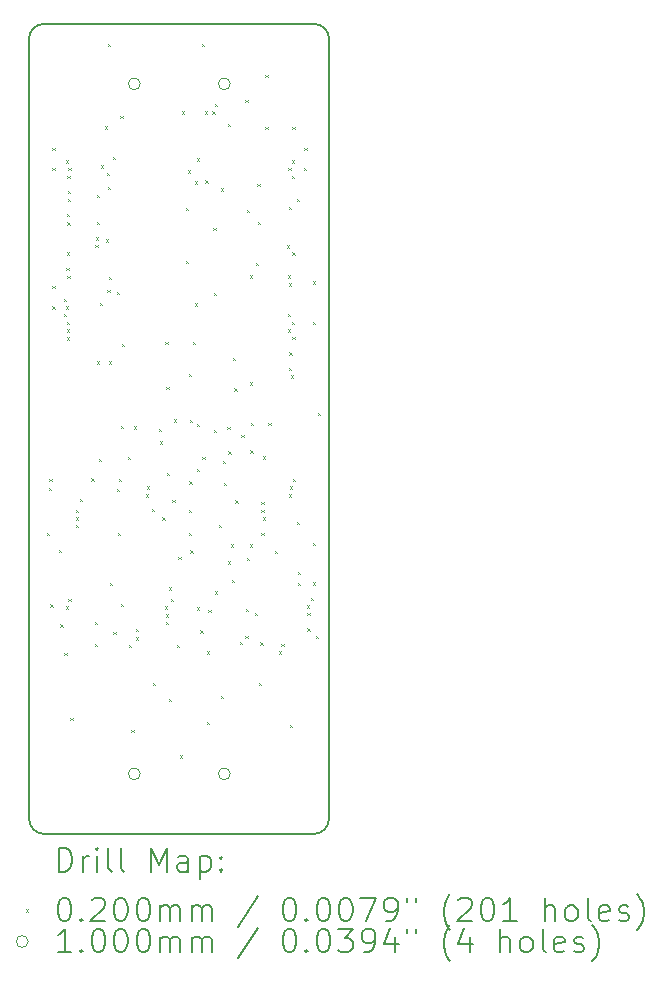
<source format=gbr>
%TF.GenerationSoftware,KiCad,Pcbnew,9.0.6*%
%TF.CreationDate,2025-12-03T22:02:19+09:00*%
%TF.ProjectId,bionic-z380,62696f6e-6963-42d7-9a33-38302e6b6963,2*%
%TF.SameCoordinates,Original*%
%TF.FileFunction,Drillmap*%
%TF.FilePolarity,Positive*%
%FSLAX45Y45*%
G04 Gerber Fmt 4.5, Leading zero omitted, Abs format (unit mm)*
G04 Created by KiCad (PCBNEW 9.0.6) date 2025-12-03 22:02:19*
%MOMM*%
%LPD*%
G01*
G04 APERTURE LIST*
%ADD10C,0.150000*%
%ADD11C,0.200000*%
%ADD12C,0.100000*%
G04 APERTURE END LIST*
D10*
X10100000Y-7127000D02*
X10100000Y-13731000D01*
X10227000Y-13858000D02*
G75*
G02*
X10100000Y-13731000I0J127000D01*
G01*
X10227000Y-13858000D02*
X12513000Y-13858000D01*
X12513000Y-7000000D02*
G75*
G02*
X12640000Y-7127000I0J-127000D01*
G01*
X12640000Y-13731000D02*
G75*
G02*
X12513000Y-13858000I-127000J0D01*
G01*
X12640000Y-13731000D02*
X12640000Y-7127000D01*
X10100000Y-7127000D02*
G75*
G02*
X10227000Y-7000000I127000J0D01*
G01*
X12513000Y-7000000D02*
X10227000Y-7000000D01*
D11*
D12*
X10252560Y-11306730D02*
X10272560Y-11326730D01*
X10272560Y-11306730D02*
X10252560Y-11326730D01*
X10267410Y-10929540D02*
X10287410Y-10949540D01*
X10287410Y-10929540D02*
X10267410Y-10949540D01*
X10270340Y-10852070D02*
X10290340Y-10872070D01*
X10290340Y-10852070D02*
X10270340Y-10872070D01*
X10279461Y-11915301D02*
X10299461Y-11935301D01*
X10299461Y-11915301D02*
X10279461Y-11935301D01*
X10295740Y-8047910D02*
X10315740Y-8067910D01*
X10315740Y-8047910D02*
X10295740Y-8067910D01*
X10297010Y-8220630D02*
X10317010Y-8240630D01*
X10317010Y-8220630D02*
X10297010Y-8240630D01*
X10297010Y-9217580D02*
X10317010Y-9237580D01*
X10317010Y-9217580D02*
X10297010Y-9237580D01*
X10297010Y-9390300D02*
X10317010Y-9410300D01*
X10317010Y-9390300D02*
X10297010Y-9410300D01*
X10350550Y-11455320D02*
X10370550Y-11475320D01*
X10370550Y-11455320D02*
X10350550Y-11475320D01*
X10364320Y-12085240D02*
X10384320Y-12105240D01*
X10384320Y-12085240D02*
X10364320Y-12105240D01*
X10392260Y-9456340D02*
X10412260Y-9476340D01*
X10412260Y-9456340D02*
X10392260Y-9476340D01*
X10394966Y-9325356D02*
X10414966Y-9345356D01*
X10414966Y-9325356D02*
X10394966Y-9345356D01*
X10397340Y-12324000D02*
X10417340Y-12344000D01*
X10417340Y-12324000D02*
X10397340Y-12344000D01*
X10410040Y-8155860D02*
X10430040Y-8175860D01*
X10430040Y-8155860D02*
X10410040Y-8175860D01*
X10410040Y-9390300D02*
X10430040Y-9410300D01*
X10430040Y-9390300D02*
X10410040Y-9410300D01*
X10410040Y-11932840D02*
X10430040Y-11952840D01*
X10430040Y-11932840D02*
X10410040Y-11952840D01*
X10417100Y-9065700D02*
X10437100Y-9085700D01*
X10437100Y-9065700D02*
X10417100Y-9085700D01*
X10419440Y-9585700D02*
X10439440Y-9605700D01*
X10439440Y-9585700D02*
X10419440Y-9605700D01*
X10419980Y-9654170D02*
X10439980Y-9674170D01*
X10439980Y-9654170D02*
X10419980Y-9674170D01*
X10420200Y-8610700D02*
X10440200Y-8630700D01*
X10440200Y-8610700D02*
X10420200Y-8630700D01*
X10420200Y-8935640D02*
X10440200Y-8955640D01*
X10440200Y-8935640D02*
X10420200Y-8955640D01*
X10420200Y-9520700D02*
X10440200Y-9540700D01*
X10440200Y-9520700D02*
X10420200Y-9540700D01*
X10425280Y-8285700D02*
X10445280Y-8305700D01*
X10445280Y-8285700D02*
X10425280Y-8305700D01*
X10425280Y-8679100D02*
X10445280Y-8699100D01*
X10445280Y-8679100D02*
X10425280Y-8699100D01*
X10425280Y-9130700D02*
X10445280Y-9150700D01*
X10445280Y-9130700D02*
X10425280Y-9150700D01*
X10427820Y-8480980D02*
X10447820Y-8500980D01*
X10447820Y-8480980D02*
X10427820Y-8500980D01*
X10429530Y-8414940D02*
X10449530Y-8434940D01*
X10449530Y-8414940D02*
X10429530Y-8434940D01*
X10431700Y-8220700D02*
X10451700Y-8240700D01*
X10451700Y-8220700D02*
X10431700Y-8240700D01*
X10432900Y-11868070D02*
X10452900Y-11888070D01*
X10452900Y-11868070D02*
X10432900Y-11888070D01*
X10449410Y-12876450D02*
X10469410Y-12896450D01*
X10469410Y-12876450D02*
X10449410Y-12896450D01*
X10496270Y-11241960D02*
X10516270Y-11261960D01*
X10516270Y-11241960D02*
X10496270Y-11261960D01*
X10496400Y-11111900D02*
X10516400Y-11131900D01*
X10516400Y-11111900D02*
X10496400Y-11131900D01*
X10496400Y-11176900D02*
X10516400Y-11196900D01*
X10516400Y-11176900D02*
X10496400Y-11196900D01*
X10529420Y-11023520D02*
X10549420Y-11043520D01*
X10549420Y-11023520D02*
X10529420Y-11043520D01*
X10627760Y-10848260D02*
X10647760Y-10868260D01*
X10647760Y-10848260D02*
X10627760Y-10868260D01*
X10657110Y-12062380D02*
X10677110Y-12082380D01*
X10677110Y-12062380D02*
X10657110Y-12082380D01*
X10657750Y-12250660D02*
X10677750Y-12270660D01*
X10677750Y-12250660D02*
X10657750Y-12270660D01*
X10660230Y-8870870D02*
X10680230Y-8890870D01*
X10680230Y-8870870D02*
X10660230Y-8890870D01*
X10665310Y-8806100D02*
X10685310Y-8826100D01*
X10685310Y-8806100D02*
X10665310Y-8826100D01*
X10671660Y-8445420D02*
X10691660Y-8465420D01*
X10691660Y-8445420D02*
X10671660Y-8465420D01*
X10674990Y-8674020D02*
X10694990Y-8694020D01*
X10694990Y-8674020D02*
X10674990Y-8694020D01*
X10675470Y-9856390D02*
X10695470Y-9876390D01*
X10695470Y-9856390D02*
X10675470Y-9876390D01*
X10692350Y-10680620D02*
X10712350Y-10700620D01*
X10712350Y-10680620D02*
X10692350Y-10700620D01*
X10696940Y-9363630D02*
X10716940Y-9383630D01*
X10716940Y-9363630D02*
X10696940Y-9383630D01*
X10707220Y-8199040D02*
X10727220Y-8219040D01*
X10727220Y-8199040D02*
X10707220Y-8219040D01*
X10744050Y-7867570D02*
X10764050Y-7887570D01*
X10764050Y-7867570D02*
X10744050Y-7887570D01*
X10750510Y-8823880D02*
X10770510Y-8843880D01*
X10770510Y-8823880D02*
X10750510Y-8843880D01*
X10760560Y-8260000D02*
X10780560Y-8280000D01*
X10780560Y-8260000D02*
X10760560Y-8280000D01*
X10762730Y-9251870D02*
X10782730Y-9271870D01*
X10782730Y-9251870D02*
X10762730Y-9271870D01*
X10766360Y-8381200D02*
X10786360Y-8401200D01*
X10786360Y-8381200D02*
X10766360Y-8401200D01*
X10769450Y-7166530D02*
X10789450Y-7186530D01*
X10789450Y-7166530D02*
X10769450Y-7186530D01*
X10775800Y-9857660D02*
X10795800Y-9877660D01*
X10795800Y-9857660D02*
X10775800Y-9877660D01*
X10778241Y-9142742D02*
X10798241Y-9162742D01*
X10798241Y-9142742D02*
X10778241Y-9162742D01*
X10784545Y-11733305D02*
X10804545Y-11753305D01*
X10804545Y-11733305D02*
X10784545Y-11753305D01*
X10811211Y-8124463D02*
X10831211Y-8144463D01*
X10831211Y-8124463D02*
X10811211Y-8144463D01*
X10814647Y-12149460D02*
X10834647Y-12169460D01*
X10834647Y-12149460D02*
X10814647Y-12169460D01*
X10844430Y-10937160D02*
X10864430Y-10957160D01*
X10864430Y-10937160D02*
X10844430Y-10957160D01*
X10845491Y-9269809D02*
X10865491Y-9289809D01*
X10865491Y-9269809D02*
X10845491Y-9289809D01*
X10852000Y-11308000D02*
X10872000Y-11328000D01*
X10872000Y-11308000D02*
X10852000Y-11328000D01*
X10858350Y-10852070D02*
X10878350Y-10872070D01*
X10878350Y-10852070D02*
X10858350Y-10872070D01*
X10872420Y-7777910D02*
X10892420Y-7797910D01*
X10892420Y-7777910D02*
X10872420Y-7797910D01*
X10874860Y-10403760D02*
X10894860Y-10423760D01*
X10894860Y-10403760D02*
X10874860Y-10423760D01*
X10874860Y-11909980D02*
X10894860Y-11929980D01*
X10894860Y-11909980D02*
X10874860Y-11929980D01*
X10883750Y-9711610D02*
X10903750Y-9731610D01*
X10903750Y-9711610D02*
X10883750Y-9731610D01*
X10937500Y-10665470D02*
X10957500Y-10685470D01*
X10957500Y-10665470D02*
X10937500Y-10685470D01*
X10945593Y-12258197D02*
X10965593Y-12278197D01*
X10965593Y-12258197D02*
X10945593Y-12278197D01*
X10965030Y-12978050D02*
X10985030Y-12998050D01*
X10985030Y-12978050D02*
X10965030Y-12998050D01*
X10989160Y-10408840D02*
X11009160Y-10428840D01*
X11009160Y-10408840D02*
X10989160Y-10428840D01*
X11004400Y-12120800D02*
X11024400Y-12140800D01*
X11024400Y-12120800D02*
X11004400Y-12140800D01*
X11004400Y-12194460D02*
X11024400Y-12214460D01*
X11024400Y-12194460D02*
X11004400Y-12214460D01*
X11090760Y-10981900D02*
X11110760Y-11001900D01*
X11110760Y-10981900D02*
X11090760Y-11001900D01*
X11095840Y-10916840D02*
X11115840Y-10936840D01*
X11115840Y-10916840D02*
X11095840Y-10936840D01*
X11137200Y-11107340D02*
X11157200Y-11127340D01*
X11157200Y-11107340D02*
X11137200Y-11127340D01*
X11149180Y-12578000D02*
X11169180Y-12598000D01*
X11169180Y-12578000D02*
X11149180Y-12598000D01*
X11199980Y-10426620D02*
X11219980Y-10446620D01*
X11219980Y-10426620D02*
X11199980Y-10446620D01*
X11205060Y-10535840D02*
X11225060Y-10555840D01*
X11225060Y-10535840D02*
X11205060Y-10555840D01*
X11229108Y-11176680D02*
X11249108Y-11196680D01*
X11249108Y-11176680D02*
X11229108Y-11196680D01*
X11252050Y-11932840D02*
X11272050Y-11952840D01*
X11272050Y-11932840D02*
X11252050Y-11952840D01*
X11254590Y-9692560D02*
X11274590Y-9712560D01*
X11274590Y-9692560D02*
X11254590Y-9712560D01*
X11255860Y-11997900D02*
X11275860Y-12017900D01*
X11275860Y-11997900D02*
X11255860Y-12017900D01*
X11255860Y-12062380D02*
X11275860Y-12082380D01*
X11275860Y-12062380D02*
X11255860Y-12082380D01*
X11262210Y-10074830D02*
X11282210Y-10094830D01*
X11282210Y-10074830D02*
X11262210Y-10094830D01*
X11268560Y-10800000D02*
X11288560Y-10820000D01*
X11288560Y-10800000D02*
X11268560Y-10820000D01*
X11283800Y-11771550D02*
X11303800Y-11791550D01*
X11303800Y-11771550D02*
X11283800Y-11791550D01*
X11283800Y-12713890D02*
X11303800Y-12733890D01*
X11303800Y-12713890D02*
X11283800Y-12733890D01*
X11301580Y-11868231D02*
X11321580Y-11888231D01*
X11321580Y-11868231D02*
X11301580Y-11888231D01*
X11313560Y-11030988D02*
X11333560Y-11050988D01*
X11333560Y-11030988D02*
X11313560Y-11050988D01*
X11327500Y-10347880D02*
X11347500Y-10367880D01*
X11347500Y-10347880D02*
X11327500Y-10367880D01*
X11353360Y-12257960D02*
X11373360Y-12277960D01*
X11373360Y-12257960D02*
X11353360Y-12277960D01*
X11363810Y-11515010D02*
X11383810Y-11535010D01*
X11383810Y-11515010D02*
X11363810Y-11535010D01*
X11379050Y-13192680D02*
X11399050Y-13212680D01*
X11399050Y-13192680D02*
X11379050Y-13212680D01*
X11392500Y-7741840D02*
X11412500Y-7761840D01*
X11412500Y-7741840D02*
X11392500Y-7761840D01*
X11428970Y-8555360D02*
X11448970Y-8575360D01*
X11448970Y-8555360D02*
X11428970Y-8575360D01*
X11429150Y-9006210D02*
X11449150Y-9026210D01*
X11449150Y-9006210D02*
X11429150Y-9026210D01*
X11446199Y-8238923D02*
X11466199Y-8258923D01*
X11466199Y-8238923D02*
X11446199Y-8258923D01*
X11453980Y-11112420D02*
X11473980Y-11132420D01*
X11473980Y-11112420D02*
X11453980Y-11132420D01*
X11454378Y-9964308D02*
X11474378Y-9984308D01*
X11474378Y-9964308D02*
X11454378Y-9984308D01*
X11455250Y-11306730D02*
X11475250Y-11326730D01*
X11475250Y-11306730D02*
X11455250Y-11326730D01*
X11458260Y-10874432D02*
X11478260Y-10894432D01*
X11478260Y-10874432D02*
X11458260Y-10894432D01*
X11459070Y-10351390D02*
X11479070Y-10371390D01*
X11479070Y-10351390D02*
X11459070Y-10371390D01*
X11466540Y-11456700D02*
X11486540Y-11476700D01*
X11486540Y-11456700D02*
X11466540Y-11476700D01*
X11485730Y-9692560D02*
X11505730Y-9712560D01*
X11505730Y-9692560D02*
X11485730Y-9712560D01*
X11502240Y-8333660D02*
X11522240Y-8353660D01*
X11522240Y-8333660D02*
X11502240Y-8353660D01*
X11503000Y-9364900D02*
X11523000Y-9384900D01*
X11523000Y-9364900D02*
X11503000Y-9384900D01*
X11517960Y-11938970D02*
X11537960Y-11958970D01*
X11537960Y-11938970D02*
X11517960Y-11958970D01*
X11520020Y-10766980D02*
X11540020Y-10786980D01*
X11540020Y-10766980D02*
X11520020Y-10786980D01*
X11522560Y-10388520D02*
X11542560Y-10408520D01*
X11542560Y-10388520D02*
X11522560Y-10408520D01*
X11522760Y-8138085D02*
X11542760Y-8158085D01*
X11542760Y-8138085D02*
X11522760Y-8158085D01*
X11550500Y-12133493D02*
X11570500Y-12153493D01*
X11570500Y-12133493D02*
X11550500Y-12153493D01*
X11563200Y-7167800D02*
X11583200Y-7187800D01*
X11583200Y-7167800D02*
X11563200Y-7187800D01*
X11568050Y-10667380D02*
X11588050Y-10687380D01*
X11588050Y-10667380D02*
X11568050Y-10687380D01*
X11587500Y-7741840D02*
X11607500Y-7761840D01*
X11607500Y-7741840D02*
X11587500Y-7761840D01*
X11593680Y-8326040D02*
X11613680Y-8346040D01*
X11613680Y-8326040D02*
X11593680Y-8346040D01*
X11605110Y-12906930D02*
X11625110Y-12926930D01*
X11625110Y-12906930D02*
X11605110Y-12926930D01*
X11606380Y-12313840D02*
X11626380Y-12333840D01*
X11626380Y-12313840D02*
X11606380Y-12333840D01*
X11619080Y-11960780D02*
X11639080Y-11980780D01*
X11639080Y-11960780D02*
X11619080Y-11980780D01*
X11652500Y-7739300D02*
X11672500Y-7759300D01*
X11672500Y-7739300D02*
X11652500Y-7759300D01*
X11658810Y-8728270D02*
X11678810Y-8748270D01*
X11678810Y-8728270D02*
X11658810Y-8748270D01*
X11662260Y-9276000D02*
X11682260Y-9296000D01*
X11682260Y-9276000D02*
X11662260Y-9296000D01*
X11664800Y-10439320D02*
X11684800Y-10459320D01*
X11684800Y-10439320D02*
X11664800Y-10459320D01*
X11674960Y-7675800D02*
X11694960Y-7695800D01*
X11694960Y-7675800D02*
X11674960Y-7695800D01*
X11674960Y-11805840D02*
X11694960Y-11825840D01*
X11694960Y-11805840D02*
X11674960Y-11825840D01*
X11707790Y-11241900D02*
X11727790Y-11261900D01*
X11727790Y-11241900D02*
X11707790Y-11261900D01*
X11725790Y-8392060D02*
X11745790Y-8412060D01*
X11745790Y-8392060D02*
X11725790Y-8412060D01*
X11725790Y-12691110D02*
X11745790Y-12711110D01*
X11745790Y-12691110D02*
X11725790Y-12711110D01*
X11738460Y-10700940D02*
X11758460Y-10720940D01*
X11758460Y-10700940D02*
X11738460Y-10720940D01*
X11749340Y-10887500D02*
X11769340Y-10907500D01*
X11769340Y-10887500D02*
X11749340Y-10907500D01*
X11778698Y-10413266D02*
X11798698Y-10433266D01*
X11798698Y-10413266D02*
X11778698Y-10433266D01*
X11781640Y-7845980D02*
X11801640Y-7865980D01*
X11801640Y-7845980D02*
X11781640Y-7865980D01*
X11784180Y-11549300D02*
X11804180Y-11569300D01*
X11804180Y-11549300D02*
X11784180Y-11569300D01*
X11787440Y-10619660D02*
X11807440Y-10639660D01*
X11807440Y-10619660D02*
X11787440Y-10639660D01*
X11807049Y-11407284D02*
X11827049Y-11427284D01*
X11827049Y-11407284D02*
X11807049Y-11427284D01*
X11819340Y-11706530D02*
X11839340Y-11726530D01*
X11839340Y-11706530D02*
X11819340Y-11726530D01*
X11827360Y-9827180D02*
X11847360Y-9847180D01*
X11847360Y-9827180D02*
X11827360Y-9847180D01*
X11839600Y-10086710D02*
X11859600Y-10106710D01*
X11859600Y-10086710D02*
X11839600Y-10106710D01*
X11845710Y-11033110D02*
X11865710Y-11053110D01*
X11865710Y-11033110D02*
X11845710Y-11053110D01*
X11883240Y-12230020D02*
X11903240Y-12250020D01*
X11903240Y-12230020D02*
X11883240Y-12250020D01*
X11895940Y-10479960D02*
X11915940Y-10499960D01*
X11915940Y-10479960D02*
X11895940Y-10499960D01*
X11931500Y-7645320D02*
X11951500Y-7665320D01*
X11951500Y-7645320D02*
X11931500Y-7665320D01*
X11932184Y-12181760D02*
X11952184Y-12201760D01*
X11952184Y-12181760D02*
X11932184Y-12201760D01*
X11936580Y-11950620D02*
X11956580Y-11970620D01*
X11956580Y-11950620D02*
X11936580Y-11970620D01*
X11941660Y-11518820D02*
X11961660Y-11538820D01*
X11961660Y-11518820D02*
X11941660Y-11538820D01*
X11942930Y-8574960D02*
X11962930Y-8594960D01*
X11962930Y-8574960D02*
X11942930Y-8594960D01*
X11969730Y-9128920D02*
X11989730Y-9148920D01*
X11989730Y-9128920D02*
X11969730Y-9148920D01*
X11970550Y-10035460D02*
X11990550Y-10055460D01*
X11990550Y-10035460D02*
X11970550Y-10055460D01*
X11971468Y-11406930D02*
X11991468Y-11426930D01*
X11991468Y-11406930D02*
X11971468Y-11426930D01*
X11974590Y-10609500D02*
X11994590Y-10629500D01*
X11994590Y-10609500D02*
X11974590Y-10629500D01*
X11975280Y-10380060D02*
X11995280Y-10400060D01*
X11995280Y-10380060D02*
X11975280Y-10400060D01*
X12009590Y-11988720D02*
X12029590Y-12008720D01*
X12029590Y-11988720D02*
X12009590Y-12008720D01*
X12020370Y-9020480D02*
X12040370Y-9040480D01*
X12040370Y-9020480D02*
X12020370Y-9040480D01*
X12033100Y-8353980D02*
X12053100Y-8373980D01*
X12053100Y-8353980D02*
X12033100Y-8373980D01*
X12035640Y-8675700D02*
X12055640Y-8695700D01*
X12055640Y-8675700D02*
X12035640Y-8695700D01*
X12045800Y-12578000D02*
X12065800Y-12598000D01*
X12065800Y-12578000D02*
X12045800Y-12598000D01*
X12057290Y-12235100D02*
X12077290Y-12255100D01*
X12077290Y-12235100D02*
X12057290Y-12255100D01*
X12066120Y-11111900D02*
X12086120Y-11131900D01*
X12086120Y-11111900D02*
X12066120Y-11131900D01*
X12066120Y-11308000D02*
X12086120Y-11328000D01*
X12086120Y-11308000D02*
X12066120Y-11328000D01*
X12068100Y-11046380D02*
X12088100Y-11066380D01*
X12088100Y-11046380D02*
X12068100Y-11066380D01*
X12078820Y-10662840D02*
X12098820Y-10682840D01*
X12098820Y-10662840D02*
X12078820Y-10682840D01*
X12079010Y-11176900D02*
X12099010Y-11196900D01*
X12099010Y-11176900D02*
X12079010Y-11196900D01*
X12099140Y-7429420D02*
X12119140Y-7449420D01*
X12119140Y-7429420D02*
X12099140Y-7449420D01*
X12099140Y-7873920D02*
X12119140Y-7893920D01*
X12119140Y-7873920D02*
X12099140Y-7893920D01*
X12125260Y-10378360D02*
X12145260Y-10398360D01*
X12145260Y-10378360D02*
X12125260Y-10398360D01*
X12179670Y-11462810D02*
X12199670Y-11482810D01*
X12199670Y-11462810D02*
X12179670Y-11482810D01*
X12215980Y-12312985D02*
X12235980Y-12332985D01*
X12235980Y-12312985D02*
X12215980Y-12332985D01*
X12236300Y-12247800D02*
X12256300Y-12267800D01*
X12256300Y-12247800D02*
X12236300Y-12267800D01*
X12282080Y-8874620D02*
X12302080Y-8894620D01*
X12302080Y-8874620D02*
X12282080Y-8894620D01*
X12289640Y-9456340D02*
X12309640Y-9476340D01*
X12309640Y-9456340D02*
X12289640Y-9476340D01*
X12290910Y-9585880D02*
X12310910Y-9605880D01*
X12310910Y-9585880D02*
X12290910Y-9605880D01*
X12293450Y-9129040D02*
X12313450Y-9149040D01*
X12313450Y-9129040D02*
X12293450Y-9149040D01*
X12294644Y-8220414D02*
X12314644Y-8240414D01*
X12314644Y-8220414D02*
X12294644Y-8240414D01*
X12297260Y-9195990D02*
X12317260Y-9215990D01*
X12317260Y-9195990D02*
X12297260Y-9215990D01*
X12299800Y-9913540D02*
X12319800Y-9933540D01*
X12319800Y-9913540D02*
X12299800Y-9933540D01*
X12299800Y-10981900D02*
X12319800Y-11001900D01*
X12319800Y-10981900D02*
X12299800Y-11001900D01*
X12301360Y-8549100D02*
X12321360Y-8569100D01*
X12321360Y-8549100D02*
X12301360Y-8569100D01*
X12302340Y-9781460D02*
X12322340Y-9801460D01*
X12322340Y-9781460D02*
X12302340Y-9801460D01*
X12306150Y-10916840D02*
X12326150Y-10936840D01*
X12326150Y-10916840D02*
X12306150Y-10936840D01*
X12308690Y-12934870D02*
X12328690Y-12954870D01*
X12328690Y-12934870D02*
X12308690Y-12954870D01*
X12315837Y-9976934D02*
X12335837Y-9996934D01*
X12335837Y-9976934D02*
X12315837Y-9996934D01*
X12325089Y-8155684D02*
X12345089Y-8175684D01*
X12345089Y-8155684D02*
X12325089Y-8175684D01*
X12325200Y-8285400D02*
X12345200Y-8305400D01*
X12345200Y-8285400D02*
X12325200Y-8305400D01*
X12325200Y-9521110D02*
X12345200Y-9541110D01*
X12345200Y-9521110D02*
X12325200Y-9541110D01*
X12327740Y-7873920D02*
X12347740Y-7893920D01*
X12347740Y-7873920D02*
X12327740Y-7893920D01*
X12327740Y-9651920D02*
X12347740Y-9671920D01*
X12347740Y-9651920D02*
X12327740Y-9671920D01*
X12330280Y-8935640D02*
X12350280Y-8955640D01*
X12350280Y-8935640D02*
X12330280Y-8955640D01*
X12332820Y-10852070D02*
X12352820Y-10872070D01*
X12352820Y-10852070D02*
X12332820Y-10872070D01*
X12365840Y-8480980D02*
X12385840Y-8500980D01*
X12385840Y-8480980D02*
X12365840Y-8500980D01*
X12369730Y-11217150D02*
X12389730Y-11237150D01*
X12389730Y-11217150D02*
X12369730Y-11237150D01*
X12375010Y-11734896D02*
X12395010Y-11754896D01*
X12395010Y-11734896D02*
X12375010Y-11754896D01*
X12376000Y-11640740D02*
X12396000Y-11660740D01*
X12396000Y-11640740D02*
X12376000Y-11660740D01*
X12428070Y-8220630D02*
X12448070Y-8240630D01*
X12448070Y-8220630D02*
X12428070Y-8240630D01*
X12429340Y-8047910D02*
X12449340Y-8067910D01*
X12449340Y-8047910D02*
X12429340Y-8067910D01*
X12453470Y-11922680D02*
X12473470Y-11942680D01*
X12473470Y-11922680D02*
X12453470Y-11942680D01*
X12454740Y-11987800D02*
X12474740Y-12007800D01*
X12474740Y-11987800D02*
X12454740Y-12007800D01*
X12454740Y-12118260D02*
X12474740Y-12138260D01*
X12474740Y-12118260D02*
X12454740Y-12138260D01*
X12486380Y-11857800D02*
X12506380Y-11877800D01*
X12506380Y-11857800D02*
X12486380Y-11877800D01*
X12503000Y-9180750D02*
X12523000Y-9200750D01*
X12523000Y-9180750D02*
X12503000Y-9200750D01*
X12503000Y-9524920D02*
X12523000Y-9544920D01*
X12523000Y-9524920D02*
X12503000Y-9544920D01*
X12503000Y-11393090D02*
X12523000Y-11413090D01*
X12523000Y-11393090D02*
X12503000Y-11413090D01*
X12503000Y-11727100D02*
X12523000Y-11747100D01*
X12523000Y-11727100D02*
X12503000Y-11747100D01*
X12528381Y-12181606D02*
X12548381Y-12201606D01*
X12548381Y-12181606D02*
X12528381Y-12201606D01*
X12546175Y-10290735D02*
X12566175Y-10310735D01*
X12566175Y-10290735D02*
X12546175Y-10310735D01*
X11041540Y-7508000D02*
G75*
G02*
X10941540Y-7508000I-50000J0D01*
G01*
X10941540Y-7508000D02*
G75*
G02*
X11041540Y-7508000I50000J0D01*
G01*
X11041540Y-13350000D02*
G75*
G02*
X10941540Y-13350000I-50000J0D01*
G01*
X10941540Y-13350000D02*
G75*
G02*
X11041540Y-13350000I50000J0D01*
G01*
X11803540Y-7508000D02*
G75*
G02*
X11703540Y-7508000I-50000J0D01*
G01*
X11703540Y-7508000D02*
G75*
G02*
X11803540Y-7508000I50000J0D01*
G01*
X11803540Y-13350000D02*
G75*
G02*
X11703540Y-13350000I-50000J0D01*
G01*
X11703540Y-13350000D02*
G75*
G02*
X11803540Y-13350000I50000J0D01*
G01*
D11*
X10353277Y-14176984D02*
X10353277Y-13976984D01*
X10353277Y-13976984D02*
X10400896Y-13976984D01*
X10400896Y-13976984D02*
X10429467Y-13986508D01*
X10429467Y-13986508D02*
X10448515Y-14005555D01*
X10448515Y-14005555D02*
X10458039Y-14024603D01*
X10458039Y-14024603D02*
X10467563Y-14062698D01*
X10467563Y-14062698D02*
X10467563Y-14091269D01*
X10467563Y-14091269D02*
X10458039Y-14129365D01*
X10458039Y-14129365D02*
X10448515Y-14148412D01*
X10448515Y-14148412D02*
X10429467Y-14167460D01*
X10429467Y-14167460D02*
X10400896Y-14176984D01*
X10400896Y-14176984D02*
X10353277Y-14176984D01*
X10553277Y-14176984D02*
X10553277Y-14043650D01*
X10553277Y-14081746D02*
X10562801Y-14062698D01*
X10562801Y-14062698D02*
X10572324Y-14053174D01*
X10572324Y-14053174D02*
X10591372Y-14043650D01*
X10591372Y-14043650D02*
X10610420Y-14043650D01*
X10677086Y-14176984D02*
X10677086Y-14043650D01*
X10677086Y-13976984D02*
X10667563Y-13986508D01*
X10667563Y-13986508D02*
X10677086Y-13996031D01*
X10677086Y-13996031D02*
X10686610Y-13986508D01*
X10686610Y-13986508D02*
X10677086Y-13976984D01*
X10677086Y-13976984D02*
X10677086Y-13996031D01*
X10800896Y-14176984D02*
X10781848Y-14167460D01*
X10781848Y-14167460D02*
X10772324Y-14148412D01*
X10772324Y-14148412D02*
X10772324Y-13976984D01*
X10905658Y-14176984D02*
X10886610Y-14167460D01*
X10886610Y-14167460D02*
X10877086Y-14148412D01*
X10877086Y-14148412D02*
X10877086Y-13976984D01*
X11134229Y-14176984D02*
X11134229Y-13976984D01*
X11134229Y-13976984D02*
X11200896Y-14119841D01*
X11200896Y-14119841D02*
X11267562Y-13976984D01*
X11267562Y-13976984D02*
X11267562Y-14176984D01*
X11448515Y-14176984D02*
X11448515Y-14072222D01*
X11448515Y-14072222D02*
X11438991Y-14053174D01*
X11438991Y-14053174D02*
X11419943Y-14043650D01*
X11419943Y-14043650D02*
X11381848Y-14043650D01*
X11381848Y-14043650D02*
X11362801Y-14053174D01*
X11448515Y-14167460D02*
X11429467Y-14176984D01*
X11429467Y-14176984D02*
X11381848Y-14176984D01*
X11381848Y-14176984D02*
X11362801Y-14167460D01*
X11362801Y-14167460D02*
X11353277Y-14148412D01*
X11353277Y-14148412D02*
X11353277Y-14129365D01*
X11353277Y-14129365D02*
X11362801Y-14110317D01*
X11362801Y-14110317D02*
X11381848Y-14100793D01*
X11381848Y-14100793D02*
X11429467Y-14100793D01*
X11429467Y-14100793D02*
X11448515Y-14091269D01*
X11543753Y-14043650D02*
X11543753Y-14243650D01*
X11543753Y-14053174D02*
X11562801Y-14043650D01*
X11562801Y-14043650D02*
X11600896Y-14043650D01*
X11600896Y-14043650D02*
X11619943Y-14053174D01*
X11619943Y-14053174D02*
X11629467Y-14062698D01*
X11629467Y-14062698D02*
X11638991Y-14081746D01*
X11638991Y-14081746D02*
X11638991Y-14138888D01*
X11638991Y-14138888D02*
X11629467Y-14157936D01*
X11629467Y-14157936D02*
X11619943Y-14167460D01*
X11619943Y-14167460D02*
X11600896Y-14176984D01*
X11600896Y-14176984D02*
X11562801Y-14176984D01*
X11562801Y-14176984D02*
X11543753Y-14167460D01*
X11724705Y-14157936D02*
X11734229Y-14167460D01*
X11734229Y-14167460D02*
X11724705Y-14176984D01*
X11724705Y-14176984D02*
X11715182Y-14167460D01*
X11715182Y-14167460D02*
X11724705Y-14157936D01*
X11724705Y-14157936D02*
X11724705Y-14176984D01*
X11724705Y-14053174D02*
X11734229Y-14062698D01*
X11734229Y-14062698D02*
X11724705Y-14072222D01*
X11724705Y-14072222D02*
X11715182Y-14062698D01*
X11715182Y-14062698D02*
X11724705Y-14053174D01*
X11724705Y-14053174D02*
X11724705Y-14072222D01*
D12*
X10072500Y-14495500D02*
X10092500Y-14515500D01*
X10092500Y-14495500D02*
X10072500Y-14515500D01*
D11*
X10391372Y-14396984D02*
X10410420Y-14396984D01*
X10410420Y-14396984D02*
X10429467Y-14406508D01*
X10429467Y-14406508D02*
X10438991Y-14416031D01*
X10438991Y-14416031D02*
X10448515Y-14435079D01*
X10448515Y-14435079D02*
X10458039Y-14473174D01*
X10458039Y-14473174D02*
X10458039Y-14520793D01*
X10458039Y-14520793D02*
X10448515Y-14558888D01*
X10448515Y-14558888D02*
X10438991Y-14577936D01*
X10438991Y-14577936D02*
X10429467Y-14587460D01*
X10429467Y-14587460D02*
X10410420Y-14596984D01*
X10410420Y-14596984D02*
X10391372Y-14596984D01*
X10391372Y-14596984D02*
X10372324Y-14587460D01*
X10372324Y-14587460D02*
X10362801Y-14577936D01*
X10362801Y-14577936D02*
X10353277Y-14558888D01*
X10353277Y-14558888D02*
X10343753Y-14520793D01*
X10343753Y-14520793D02*
X10343753Y-14473174D01*
X10343753Y-14473174D02*
X10353277Y-14435079D01*
X10353277Y-14435079D02*
X10362801Y-14416031D01*
X10362801Y-14416031D02*
X10372324Y-14406508D01*
X10372324Y-14406508D02*
X10391372Y-14396984D01*
X10543753Y-14577936D02*
X10553277Y-14587460D01*
X10553277Y-14587460D02*
X10543753Y-14596984D01*
X10543753Y-14596984D02*
X10534229Y-14587460D01*
X10534229Y-14587460D02*
X10543753Y-14577936D01*
X10543753Y-14577936D02*
X10543753Y-14596984D01*
X10629467Y-14416031D02*
X10638991Y-14406508D01*
X10638991Y-14406508D02*
X10658039Y-14396984D01*
X10658039Y-14396984D02*
X10705658Y-14396984D01*
X10705658Y-14396984D02*
X10724705Y-14406508D01*
X10724705Y-14406508D02*
X10734229Y-14416031D01*
X10734229Y-14416031D02*
X10743753Y-14435079D01*
X10743753Y-14435079D02*
X10743753Y-14454127D01*
X10743753Y-14454127D02*
X10734229Y-14482698D01*
X10734229Y-14482698D02*
X10619944Y-14596984D01*
X10619944Y-14596984D02*
X10743753Y-14596984D01*
X10867563Y-14396984D02*
X10886610Y-14396984D01*
X10886610Y-14396984D02*
X10905658Y-14406508D01*
X10905658Y-14406508D02*
X10915182Y-14416031D01*
X10915182Y-14416031D02*
X10924705Y-14435079D01*
X10924705Y-14435079D02*
X10934229Y-14473174D01*
X10934229Y-14473174D02*
X10934229Y-14520793D01*
X10934229Y-14520793D02*
X10924705Y-14558888D01*
X10924705Y-14558888D02*
X10915182Y-14577936D01*
X10915182Y-14577936D02*
X10905658Y-14587460D01*
X10905658Y-14587460D02*
X10886610Y-14596984D01*
X10886610Y-14596984D02*
X10867563Y-14596984D01*
X10867563Y-14596984D02*
X10848515Y-14587460D01*
X10848515Y-14587460D02*
X10838991Y-14577936D01*
X10838991Y-14577936D02*
X10829467Y-14558888D01*
X10829467Y-14558888D02*
X10819944Y-14520793D01*
X10819944Y-14520793D02*
X10819944Y-14473174D01*
X10819944Y-14473174D02*
X10829467Y-14435079D01*
X10829467Y-14435079D02*
X10838991Y-14416031D01*
X10838991Y-14416031D02*
X10848515Y-14406508D01*
X10848515Y-14406508D02*
X10867563Y-14396984D01*
X11058039Y-14396984D02*
X11077086Y-14396984D01*
X11077086Y-14396984D02*
X11096134Y-14406508D01*
X11096134Y-14406508D02*
X11105658Y-14416031D01*
X11105658Y-14416031D02*
X11115182Y-14435079D01*
X11115182Y-14435079D02*
X11124705Y-14473174D01*
X11124705Y-14473174D02*
X11124705Y-14520793D01*
X11124705Y-14520793D02*
X11115182Y-14558888D01*
X11115182Y-14558888D02*
X11105658Y-14577936D01*
X11105658Y-14577936D02*
X11096134Y-14587460D01*
X11096134Y-14587460D02*
X11077086Y-14596984D01*
X11077086Y-14596984D02*
X11058039Y-14596984D01*
X11058039Y-14596984D02*
X11038991Y-14587460D01*
X11038991Y-14587460D02*
X11029467Y-14577936D01*
X11029467Y-14577936D02*
X11019944Y-14558888D01*
X11019944Y-14558888D02*
X11010420Y-14520793D01*
X11010420Y-14520793D02*
X11010420Y-14473174D01*
X11010420Y-14473174D02*
X11019944Y-14435079D01*
X11019944Y-14435079D02*
X11029467Y-14416031D01*
X11029467Y-14416031D02*
X11038991Y-14406508D01*
X11038991Y-14406508D02*
X11058039Y-14396984D01*
X11210420Y-14596984D02*
X11210420Y-14463650D01*
X11210420Y-14482698D02*
X11219943Y-14473174D01*
X11219943Y-14473174D02*
X11238991Y-14463650D01*
X11238991Y-14463650D02*
X11267563Y-14463650D01*
X11267563Y-14463650D02*
X11286610Y-14473174D01*
X11286610Y-14473174D02*
X11296134Y-14492222D01*
X11296134Y-14492222D02*
X11296134Y-14596984D01*
X11296134Y-14492222D02*
X11305658Y-14473174D01*
X11305658Y-14473174D02*
X11324705Y-14463650D01*
X11324705Y-14463650D02*
X11353277Y-14463650D01*
X11353277Y-14463650D02*
X11372324Y-14473174D01*
X11372324Y-14473174D02*
X11381848Y-14492222D01*
X11381848Y-14492222D02*
X11381848Y-14596984D01*
X11477086Y-14596984D02*
X11477086Y-14463650D01*
X11477086Y-14482698D02*
X11486610Y-14473174D01*
X11486610Y-14473174D02*
X11505658Y-14463650D01*
X11505658Y-14463650D02*
X11534229Y-14463650D01*
X11534229Y-14463650D02*
X11553277Y-14473174D01*
X11553277Y-14473174D02*
X11562801Y-14492222D01*
X11562801Y-14492222D02*
X11562801Y-14596984D01*
X11562801Y-14492222D02*
X11572324Y-14473174D01*
X11572324Y-14473174D02*
X11591372Y-14463650D01*
X11591372Y-14463650D02*
X11619943Y-14463650D01*
X11619943Y-14463650D02*
X11638991Y-14473174D01*
X11638991Y-14473174D02*
X11648515Y-14492222D01*
X11648515Y-14492222D02*
X11648515Y-14596984D01*
X12038991Y-14387460D02*
X11867563Y-14644603D01*
X12296134Y-14396984D02*
X12315182Y-14396984D01*
X12315182Y-14396984D02*
X12334229Y-14406508D01*
X12334229Y-14406508D02*
X12343753Y-14416031D01*
X12343753Y-14416031D02*
X12353277Y-14435079D01*
X12353277Y-14435079D02*
X12362801Y-14473174D01*
X12362801Y-14473174D02*
X12362801Y-14520793D01*
X12362801Y-14520793D02*
X12353277Y-14558888D01*
X12353277Y-14558888D02*
X12343753Y-14577936D01*
X12343753Y-14577936D02*
X12334229Y-14587460D01*
X12334229Y-14587460D02*
X12315182Y-14596984D01*
X12315182Y-14596984D02*
X12296134Y-14596984D01*
X12296134Y-14596984D02*
X12277086Y-14587460D01*
X12277086Y-14587460D02*
X12267563Y-14577936D01*
X12267563Y-14577936D02*
X12258039Y-14558888D01*
X12258039Y-14558888D02*
X12248515Y-14520793D01*
X12248515Y-14520793D02*
X12248515Y-14473174D01*
X12248515Y-14473174D02*
X12258039Y-14435079D01*
X12258039Y-14435079D02*
X12267563Y-14416031D01*
X12267563Y-14416031D02*
X12277086Y-14406508D01*
X12277086Y-14406508D02*
X12296134Y-14396984D01*
X12448515Y-14577936D02*
X12458039Y-14587460D01*
X12458039Y-14587460D02*
X12448515Y-14596984D01*
X12448515Y-14596984D02*
X12438991Y-14587460D01*
X12438991Y-14587460D02*
X12448515Y-14577936D01*
X12448515Y-14577936D02*
X12448515Y-14596984D01*
X12581848Y-14396984D02*
X12600896Y-14396984D01*
X12600896Y-14396984D02*
X12619944Y-14406508D01*
X12619944Y-14406508D02*
X12629467Y-14416031D01*
X12629467Y-14416031D02*
X12638991Y-14435079D01*
X12638991Y-14435079D02*
X12648515Y-14473174D01*
X12648515Y-14473174D02*
X12648515Y-14520793D01*
X12648515Y-14520793D02*
X12638991Y-14558888D01*
X12638991Y-14558888D02*
X12629467Y-14577936D01*
X12629467Y-14577936D02*
X12619944Y-14587460D01*
X12619944Y-14587460D02*
X12600896Y-14596984D01*
X12600896Y-14596984D02*
X12581848Y-14596984D01*
X12581848Y-14596984D02*
X12562801Y-14587460D01*
X12562801Y-14587460D02*
X12553277Y-14577936D01*
X12553277Y-14577936D02*
X12543753Y-14558888D01*
X12543753Y-14558888D02*
X12534229Y-14520793D01*
X12534229Y-14520793D02*
X12534229Y-14473174D01*
X12534229Y-14473174D02*
X12543753Y-14435079D01*
X12543753Y-14435079D02*
X12553277Y-14416031D01*
X12553277Y-14416031D02*
X12562801Y-14406508D01*
X12562801Y-14406508D02*
X12581848Y-14396984D01*
X12772325Y-14396984D02*
X12791372Y-14396984D01*
X12791372Y-14396984D02*
X12810420Y-14406508D01*
X12810420Y-14406508D02*
X12819944Y-14416031D01*
X12819944Y-14416031D02*
X12829467Y-14435079D01*
X12829467Y-14435079D02*
X12838991Y-14473174D01*
X12838991Y-14473174D02*
X12838991Y-14520793D01*
X12838991Y-14520793D02*
X12829467Y-14558888D01*
X12829467Y-14558888D02*
X12819944Y-14577936D01*
X12819944Y-14577936D02*
X12810420Y-14587460D01*
X12810420Y-14587460D02*
X12791372Y-14596984D01*
X12791372Y-14596984D02*
X12772325Y-14596984D01*
X12772325Y-14596984D02*
X12753277Y-14587460D01*
X12753277Y-14587460D02*
X12743753Y-14577936D01*
X12743753Y-14577936D02*
X12734229Y-14558888D01*
X12734229Y-14558888D02*
X12724706Y-14520793D01*
X12724706Y-14520793D02*
X12724706Y-14473174D01*
X12724706Y-14473174D02*
X12734229Y-14435079D01*
X12734229Y-14435079D02*
X12743753Y-14416031D01*
X12743753Y-14416031D02*
X12753277Y-14406508D01*
X12753277Y-14406508D02*
X12772325Y-14396984D01*
X12905658Y-14396984D02*
X13038991Y-14396984D01*
X13038991Y-14396984D02*
X12953277Y-14596984D01*
X13124706Y-14596984D02*
X13162801Y-14596984D01*
X13162801Y-14596984D02*
X13181848Y-14587460D01*
X13181848Y-14587460D02*
X13191372Y-14577936D01*
X13191372Y-14577936D02*
X13210420Y-14549365D01*
X13210420Y-14549365D02*
X13219944Y-14511269D01*
X13219944Y-14511269D02*
X13219944Y-14435079D01*
X13219944Y-14435079D02*
X13210420Y-14416031D01*
X13210420Y-14416031D02*
X13200896Y-14406508D01*
X13200896Y-14406508D02*
X13181848Y-14396984D01*
X13181848Y-14396984D02*
X13143753Y-14396984D01*
X13143753Y-14396984D02*
X13124706Y-14406508D01*
X13124706Y-14406508D02*
X13115182Y-14416031D01*
X13115182Y-14416031D02*
X13105658Y-14435079D01*
X13105658Y-14435079D02*
X13105658Y-14482698D01*
X13105658Y-14482698D02*
X13115182Y-14501746D01*
X13115182Y-14501746D02*
X13124706Y-14511269D01*
X13124706Y-14511269D02*
X13143753Y-14520793D01*
X13143753Y-14520793D02*
X13181848Y-14520793D01*
X13181848Y-14520793D02*
X13200896Y-14511269D01*
X13200896Y-14511269D02*
X13210420Y-14501746D01*
X13210420Y-14501746D02*
X13219944Y-14482698D01*
X13296134Y-14396984D02*
X13296134Y-14435079D01*
X13372325Y-14396984D02*
X13372325Y-14435079D01*
X13667563Y-14673174D02*
X13658039Y-14663650D01*
X13658039Y-14663650D02*
X13638991Y-14635079D01*
X13638991Y-14635079D02*
X13629468Y-14616031D01*
X13629468Y-14616031D02*
X13619944Y-14587460D01*
X13619944Y-14587460D02*
X13610420Y-14539841D01*
X13610420Y-14539841D02*
X13610420Y-14501746D01*
X13610420Y-14501746D02*
X13619944Y-14454127D01*
X13619944Y-14454127D02*
X13629468Y-14425555D01*
X13629468Y-14425555D02*
X13638991Y-14406508D01*
X13638991Y-14406508D02*
X13658039Y-14377936D01*
X13658039Y-14377936D02*
X13667563Y-14368412D01*
X13734229Y-14416031D02*
X13743753Y-14406508D01*
X13743753Y-14406508D02*
X13762801Y-14396984D01*
X13762801Y-14396984D02*
X13810420Y-14396984D01*
X13810420Y-14396984D02*
X13829468Y-14406508D01*
X13829468Y-14406508D02*
X13838991Y-14416031D01*
X13838991Y-14416031D02*
X13848515Y-14435079D01*
X13848515Y-14435079D02*
X13848515Y-14454127D01*
X13848515Y-14454127D02*
X13838991Y-14482698D01*
X13838991Y-14482698D02*
X13724706Y-14596984D01*
X13724706Y-14596984D02*
X13848515Y-14596984D01*
X13972325Y-14396984D02*
X13991372Y-14396984D01*
X13991372Y-14396984D02*
X14010420Y-14406508D01*
X14010420Y-14406508D02*
X14019944Y-14416031D01*
X14019944Y-14416031D02*
X14029468Y-14435079D01*
X14029468Y-14435079D02*
X14038991Y-14473174D01*
X14038991Y-14473174D02*
X14038991Y-14520793D01*
X14038991Y-14520793D02*
X14029468Y-14558888D01*
X14029468Y-14558888D02*
X14019944Y-14577936D01*
X14019944Y-14577936D02*
X14010420Y-14587460D01*
X14010420Y-14587460D02*
X13991372Y-14596984D01*
X13991372Y-14596984D02*
X13972325Y-14596984D01*
X13972325Y-14596984D02*
X13953277Y-14587460D01*
X13953277Y-14587460D02*
X13943753Y-14577936D01*
X13943753Y-14577936D02*
X13934229Y-14558888D01*
X13934229Y-14558888D02*
X13924706Y-14520793D01*
X13924706Y-14520793D02*
X13924706Y-14473174D01*
X13924706Y-14473174D02*
X13934229Y-14435079D01*
X13934229Y-14435079D02*
X13943753Y-14416031D01*
X13943753Y-14416031D02*
X13953277Y-14406508D01*
X13953277Y-14406508D02*
X13972325Y-14396984D01*
X14229468Y-14596984D02*
X14115182Y-14596984D01*
X14172325Y-14596984D02*
X14172325Y-14396984D01*
X14172325Y-14396984D02*
X14153277Y-14425555D01*
X14153277Y-14425555D02*
X14134229Y-14444603D01*
X14134229Y-14444603D02*
X14115182Y-14454127D01*
X14467563Y-14596984D02*
X14467563Y-14396984D01*
X14553277Y-14596984D02*
X14553277Y-14492222D01*
X14553277Y-14492222D02*
X14543753Y-14473174D01*
X14543753Y-14473174D02*
X14524706Y-14463650D01*
X14524706Y-14463650D02*
X14496134Y-14463650D01*
X14496134Y-14463650D02*
X14477087Y-14473174D01*
X14477087Y-14473174D02*
X14467563Y-14482698D01*
X14677087Y-14596984D02*
X14658039Y-14587460D01*
X14658039Y-14587460D02*
X14648515Y-14577936D01*
X14648515Y-14577936D02*
X14638991Y-14558888D01*
X14638991Y-14558888D02*
X14638991Y-14501746D01*
X14638991Y-14501746D02*
X14648515Y-14482698D01*
X14648515Y-14482698D02*
X14658039Y-14473174D01*
X14658039Y-14473174D02*
X14677087Y-14463650D01*
X14677087Y-14463650D02*
X14705658Y-14463650D01*
X14705658Y-14463650D02*
X14724706Y-14473174D01*
X14724706Y-14473174D02*
X14734230Y-14482698D01*
X14734230Y-14482698D02*
X14743753Y-14501746D01*
X14743753Y-14501746D02*
X14743753Y-14558888D01*
X14743753Y-14558888D02*
X14734230Y-14577936D01*
X14734230Y-14577936D02*
X14724706Y-14587460D01*
X14724706Y-14587460D02*
X14705658Y-14596984D01*
X14705658Y-14596984D02*
X14677087Y-14596984D01*
X14858039Y-14596984D02*
X14838991Y-14587460D01*
X14838991Y-14587460D02*
X14829468Y-14568412D01*
X14829468Y-14568412D02*
X14829468Y-14396984D01*
X15010420Y-14587460D02*
X14991372Y-14596984D01*
X14991372Y-14596984D02*
X14953277Y-14596984D01*
X14953277Y-14596984D02*
X14934230Y-14587460D01*
X14934230Y-14587460D02*
X14924706Y-14568412D01*
X14924706Y-14568412D02*
X14924706Y-14492222D01*
X14924706Y-14492222D02*
X14934230Y-14473174D01*
X14934230Y-14473174D02*
X14953277Y-14463650D01*
X14953277Y-14463650D02*
X14991372Y-14463650D01*
X14991372Y-14463650D02*
X15010420Y-14473174D01*
X15010420Y-14473174D02*
X15019944Y-14492222D01*
X15019944Y-14492222D02*
X15019944Y-14511269D01*
X15019944Y-14511269D02*
X14924706Y-14530317D01*
X15096134Y-14587460D02*
X15115182Y-14596984D01*
X15115182Y-14596984D02*
X15153277Y-14596984D01*
X15153277Y-14596984D02*
X15172325Y-14587460D01*
X15172325Y-14587460D02*
X15181849Y-14568412D01*
X15181849Y-14568412D02*
X15181849Y-14558888D01*
X15181849Y-14558888D02*
X15172325Y-14539841D01*
X15172325Y-14539841D02*
X15153277Y-14530317D01*
X15153277Y-14530317D02*
X15124706Y-14530317D01*
X15124706Y-14530317D02*
X15105658Y-14520793D01*
X15105658Y-14520793D02*
X15096134Y-14501746D01*
X15096134Y-14501746D02*
X15096134Y-14492222D01*
X15096134Y-14492222D02*
X15105658Y-14473174D01*
X15105658Y-14473174D02*
X15124706Y-14463650D01*
X15124706Y-14463650D02*
X15153277Y-14463650D01*
X15153277Y-14463650D02*
X15172325Y-14473174D01*
X15248515Y-14673174D02*
X15258039Y-14663650D01*
X15258039Y-14663650D02*
X15277087Y-14635079D01*
X15277087Y-14635079D02*
X15286611Y-14616031D01*
X15286611Y-14616031D02*
X15296134Y-14587460D01*
X15296134Y-14587460D02*
X15305658Y-14539841D01*
X15305658Y-14539841D02*
X15305658Y-14501746D01*
X15305658Y-14501746D02*
X15296134Y-14454127D01*
X15296134Y-14454127D02*
X15286611Y-14425555D01*
X15286611Y-14425555D02*
X15277087Y-14406508D01*
X15277087Y-14406508D02*
X15258039Y-14377936D01*
X15258039Y-14377936D02*
X15248515Y-14368412D01*
D12*
X10092500Y-14769500D02*
G75*
G02*
X9992500Y-14769500I-50000J0D01*
G01*
X9992500Y-14769500D02*
G75*
G02*
X10092500Y-14769500I50000J0D01*
G01*
D11*
X10458039Y-14860984D02*
X10343753Y-14860984D01*
X10400896Y-14860984D02*
X10400896Y-14660984D01*
X10400896Y-14660984D02*
X10381848Y-14689555D01*
X10381848Y-14689555D02*
X10362801Y-14708603D01*
X10362801Y-14708603D02*
X10343753Y-14718127D01*
X10543753Y-14841936D02*
X10553277Y-14851460D01*
X10553277Y-14851460D02*
X10543753Y-14860984D01*
X10543753Y-14860984D02*
X10534229Y-14851460D01*
X10534229Y-14851460D02*
X10543753Y-14841936D01*
X10543753Y-14841936D02*
X10543753Y-14860984D01*
X10677086Y-14660984D02*
X10696134Y-14660984D01*
X10696134Y-14660984D02*
X10715182Y-14670508D01*
X10715182Y-14670508D02*
X10724705Y-14680031D01*
X10724705Y-14680031D02*
X10734229Y-14699079D01*
X10734229Y-14699079D02*
X10743753Y-14737174D01*
X10743753Y-14737174D02*
X10743753Y-14784793D01*
X10743753Y-14784793D02*
X10734229Y-14822888D01*
X10734229Y-14822888D02*
X10724705Y-14841936D01*
X10724705Y-14841936D02*
X10715182Y-14851460D01*
X10715182Y-14851460D02*
X10696134Y-14860984D01*
X10696134Y-14860984D02*
X10677086Y-14860984D01*
X10677086Y-14860984D02*
X10658039Y-14851460D01*
X10658039Y-14851460D02*
X10648515Y-14841936D01*
X10648515Y-14841936D02*
X10638991Y-14822888D01*
X10638991Y-14822888D02*
X10629467Y-14784793D01*
X10629467Y-14784793D02*
X10629467Y-14737174D01*
X10629467Y-14737174D02*
X10638991Y-14699079D01*
X10638991Y-14699079D02*
X10648515Y-14680031D01*
X10648515Y-14680031D02*
X10658039Y-14670508D01*
X10658039Y-14670508D02*
X10677086Y-14660984D01*
X10867563Y-14660984D02*
X10886610Y-14660984D01*
X10886610Y-14660984D02*
X10905658Y-14670508D01*
X10905658Y-14670508D02*
X10915182Y-14680031D01*
X10915182Y-14680031D02*
X10924705Y-14699079D01*
X10924705Y-14699079D02*
X10934229Y-14737174D01*
X10934229Y-14737174D02*
X10934229Y-14784793D01*
X10934229Y-14784793D02*
X10924705Y-14822888D01*
X10924705Y-14822888D02*
X10915182Y-14841936D01*
X10915182Y-14841936D02*
X10905658Y-14851460D01*
X10905658Y-14851460D02*
X10886610Y-14860984D01*
X10886610Y-14860984D02*
X10867563Y-14860984D01*
X10867563Y-14860984D02*
X10848515Y-14851460D01*
X10848515Y-14851460D02*
X10838991Y-14841936D01*
X10838991Y-14841936D02*
X10829467Y-14822888D01*
X10829467Y-14822888D02*
X10819944Y-14784793D01*
X10819944Y-14784793D02*
X10819944Y-14737174D01*
X10819944Y-14737174D02*
X10829467Y-14699079D01*
X10829467Y-14699079D02*
X10838991Y-14680031D01*
X10838991Y-14680031D02*
X10848515Y-14670508D01*
X10848515Y-14670508D02*
X10867563Y-14660984D01*
X11058039Y-14660984D02*
X11077086Y-14660984D01*
X11077086Y-14660984D02*
X11096134Y-14670508D01*
X11096134Y-14670508D02*
X11105658Y-14680031D01*
X11105658Y-14680031D02*
X11115182Y-14699079D01*
X11115182Y-14699079D02*
X11124705Y-14737174D01*
X11124705Y-14737174D02*
X11124705Y-14784793D01*
X11124705Y-14784793D02*
X11115182Y-14822888D01*
X11115182Y-14822888D02*
X11105658Y-14841936D01*
X11105658Y-14841936D02*
X11096134Y-14851460D01*
X11096134Y-14851460D02*
X11077086Y-14860984D01*
X11077086Y-14860984D02*
X11058039Y-14860984D01*
X11058039Y-14860984D02*
X11038991Y-14851460D01*
X11038991Y-14851460D02*
X11029467Y-14841936D01*
X11029467Y-14841936D02*
X11019944Y-14822888D01*
X11019944Y-14822888D02*
X11010420Y-14784793D01*
X11010420Y-14784793D02*
X11010420Y-14737174D01*
X11010420Y-14737174D02*
X11019944Y-14699079D01*
X11019944Y-14699079D02*
X11029467Y-14680031D01*
X11029467Y-14680031D02*
X11038991Y-14670508D01*
X11038991Y-14670508D02*
X11058039Y-14660984D01*
X11210420Y-14860984D02*
X11210420Y-14727650D01*
X11210420Y-14746698D02*
X11219943Y-14737174D01*
X11219943Y-14737174D02*
X11238991Y-14727650D01*
X11238991Y-14727650D02*
X11267563Y-14727650D01*
X11267563Y-14727650D02*
X11286610Y-14737174D01*
X11286610Y-14737174D02*
X11296134Y-14756222D01*
X11296134Y-14756222D02*
X11296134Y-14860984D01*
X11296134Y-14756222D02*
X11305658Y-14737174D01*
X11305658Y-14737174D02*
X11324705Y-14727650D01*
X11324705Y-14727650D02*
X11353277Y-14727650D01*
X11353277Y-14727650D02*
X11372324Y-14737174D01*
X11372324Y-14737174D02*
X11381848Y-14756222D01*
X11381848Y-14756222D02*
X11381848Y-14860984D01*
X11477086Y-14860984D02*
X11477086Y-14727650D01*
X11477086Y-14746698D02*
X11486610Y-14737174D01*
X11486610Y-14737174D02*
X11505658Y-14727650D01*
X11505658Y-14727650D02*
X11534229Y-14727650D01*
X11534229Y-14727650D02*
X11553277Y-14737174D01*
X11553277Y-14737174D02*
X11562801Y-14756222D01*
X11562801Y-14756222D02*
X11562801Y-14860984D01*
X11562801Y-14756222D02*
X11572324Y-14737174D01*
X11572324Y-14737174D02*
X11591372Y-14727650D01*
X11591372Y-14727650D02*
X11619943Y-14727650D01*
X11619943Y-14727650D02*
X11638991Y-14737174D01*
X11638991Y-14737174D02*
X11648515Y-14756222D01*
X11648515Y-14756222D02*
X11648515Y-14860984D01*
X12038991Y-14651460D02*
X11867563Y-14908603D01*
X12296134Y-14660984D02*
X12315182Y-14660984D01*
X12315182Y-14660984D02*
X12334229Y-14670508D01*
X12334229Y-14670508D02*
X12343753Y-14680031D01*
X12343753Y-14680031D02*
X12353277Y-14699079D01*
X12353277Y-14699079D02*
X12362801Y-14737174D01*
X12362801Y-14737174D02*
X12362801Y-14784793D01*
X12362801Y-14784793D02*
X12353277Y-14822888D01*
X12353277Y-14822888D02*
X12343753Y-14841936D01*
X12343753Y-14841936D02*
X12334229Y-14851460D01*
X12334229Y-14851460D02*
X12315182Y-14860984D01*
X12315182Y-14860984D02*
X12296134Y-14860984D01*
X12296134Y-14860984D02*
X12277086Y-14851460D01*
X12277086Y-14851460D02*
X12267563Y-14841936D01*
X12267563Y-14841936D02*
X12258039Y-14822888D01*
X12258039Y-14822888D02*
X12248515Y-14784793D01*
X12248515Y-14784793D02*
X12248515Y-14737174D01*
X12248515Y-14737174D02*
X12258039Y-14699079D01*
X12258039Y-14699079D02*
X12267563Y-14680031D01*
X12267563Y-14680031D02*
X12277086Y-14670508D01*
X12277086Y-14670508D02*
X12296134Y-14660984D01*
X12448515Y-14841936D02*
X12458039Y-14851460D01*
X12458039Y-14851460D02*
X12448515Y-14860984D01*
X12448515Y-14860984D02*
X12438991Y-14851460D01*
X12438991Y-14851460D02*
X12448515Y-14841936D01*
X12448515Y-14841936D02*
X12448515Y-14860984D01*
X12581848Y-14660984D02*
X12600896Y-14660984D01*
X12600896Y-14660984D02*
X12619944Y-14670508D01*
X12619944Y-14670508D02*
X12629467Y-14680031D01*
X12629467Y-14680031D02*
X12638991Y-14699079D01*
X12638991Y-14699079D02*
X12648515Y-14737174D01*
X12648515Y-14737174D02*
X12648515Y-14784793D01*
X12648515Y-14784793D02*
X12638991Y-14822888D01*
X12638991Y-14822888D02*
X12629467Y-14841936D01*
X12629467Y-14841936D02*
X12619944Y-14851460D01*
X12619944Y-14851460D02*
X12600896Y-14860984D01*
X12600896Y-14860984D02*
X12581848Y-14860984D01*
X12581848Y-14860984D02*
X12562801Y-14851460D01*
X12562801Y-14851460D02*
X12553277Y-14841936D01*
X12553277Y-14841936D02*
X12543753Y-14822888D01*
X12543753Y-14822888D02*
X12534229Y-14784793D01*
X12534229Y-14784793D02*
X12534229Y-14737174D01*
X12534229Y-14737174D02*
X12543753Y-14699079D01*
X12543753Y-14699079D02*
X12553277Y-14680031D01*
X12553277Y-14680031D02*
X12562801Y-14670508D01*
X12562801Y-14670508D02*
X12581848Y-14660984D01*
X12715182Y-14660984D02*
X12838991Y-14660984D01*
X12838991Y-14660984D02*
X12772325Y-14737174D01*
X12772325Y-14737174D02*
X12800896Y-14737174D01*
X12800896Y-14737174D02*
X12819944Y-14746698D01*
X12819944Y-14746698D02*
X12829467Y-14756222D01*
X12829467Y-14756222D02*
X12838991Y-14775269D01*
X12838991Y-14775269D02*
X12838991Y-14822888D01*
X12838991Y-14822888D02*
X12829467Y-14841936D01*
X12829467Y-14841936D02*
X12819944Y-14851460D01*
X12819944Y-14851460D02*
X12800896Y-14860984D01*
X12800896Y-14860984D02*
X12743753Y-14860984D01*
X12743753Y-14860984D02*
X12724706Y-14851460D01*
X12724706Y-14851460D02*
X12715182Y-14841936D01*
X12934229Y-14860984D02*
X12972325Y-14860984D01*
X12972325Y-14860984D02*
X12991372Y-14851460D01*
X12991372Y-14851460D02*
X13000896Y-14841936D01*
X13000896Y-14841936D02*
X13019944Y-14813365D01*
X13019944Y-14813365D02*
X13029467Y-14775269D01*
X13029467Y-14775269D02*
X13029467Y-14699079D01*
X13029467Y-14699079D02*
X13019944Y-14680031D01*
X13019944Y-14680031D02*
X13010420Y-14670508D01*
X13010420Y-14670508D02*
X12991372Y-14660984D01*
X12991372Y-14660984D02*
X12953277Y-14660984D01*
X12953277Y-14660984D02*
X12934229Y-14670508D01*
X12934229Y-14670508D02*
X12924706Y-14680031D01*
X12924706Y-14680031D02*
X12915182Y-14699079D01*
X12915182Y-14699079D02*
X12915182Y-14746698D01*
X12915182Y-14746698D02*
X12924706Y-14765746D01*
X12924706Y-14765746D02*
X12934229Y-14775269D01*
X12934229Y-14775269D02*
X12953277Y-14784793D01*
X12953277Y-14784793D02*
X12991372Y-14784793D01*
X12991372Y-14784793D02*
X13010420Y-14775269D01*
X13010420Y-14775269D02*
X13019944Y-14765746D01*
X13019944Y-14765746D02*
X13029467Y-14746698D01*
X13200896Y-14727650D02*
X13200896Y-14860984D01*
X13153277Y-14651460D02*
X13105658Y-14794317D01*
X13105658Y-14794317D02*
X13229467Y-14794317D01*
X13296134Y-14660984D02*
X13296134Y-14699079D01*
X13372325Y-14660984D02*
X13372325Y-14699079D01*
X13667563Y-14937174D02*
X13658039Y-14927650D01*
X13658039Y-14927650D02*
X13638991Y-14899079D01*
X13638991Y-14899079D02*
X13629468Y-14880031D01*
X13629468Y-14880031D02*
X13619944Y-14851460D01*
X13619944Y-14851460D02*
X13610420Y-14803841D01*
X13610420Y-14803841D02*
X13610420Y-14765746D01*
X13610420Y-14765746D02*
X13619944Y-14718127D01*
X13619944Y-14718127D02*
X13629468Y-14689555D01*
X13629468Y-14689555D02*
X13638991Y-14670508D01*
X13638991Y-14670508D02*
X13658039Y-14641936D01*
X13658039Y-14641936D02*
X13667563Y-14632412D01*
X13829468Y-14727650D02*
X13829468Y-14860984D01*
X13781848Y-14651460D02*
X13734229Y-14794317D01*
X13734229Y-14794317D02*
X13858039Y-14794317D01*
X14086610Y-14860984D02*
X14086610Y-14660984D01*
X14172325Y-14860984D02*
X14172325Y-14756222D01*
X14172325Y-14756222D02*
X14162801Y-14737174D01*
X14162801Y-14737174D02*
X14143753Y-14727650D01*
X14143753Y-14727650D02*
X14115182Y-14727650D01*
X14115182Y-14727650D02*
X14096134Y-14737174D01*
X14096134Y-14737174D02*
X14086610Y-14746698D01*
X14296134Y-14860984D02*
X14277087Y-14851460D01*
X14277087Y-14851460D02*
X14267563Y-14841936D01*
X14267563Y-14841936D02*
X14258039Y-14822888D01*
X14258039Y-14822888D02*
X14258039Y-14765746D01*
X14258039Y-14765746D02*
X14267563Y-14746698D01*
X14267563Y-14746698D02*
X14277087Y-14737174D01*
X14277087Y-14737174D02*
X14296134Y-14727650D01*
X14296134Y-14727650D02*
X14324706Y-14727650D01*
X14324706Y-14727650D02*
X14343753Y-14737174D01*
X14343753Y-14737174D02*
X14353277Y-14746698D01*
X14353277Y-14746698D02*
X14362801Y-14765746D01*
X14362801Y-14765746D02*
X14362801Y-14822888D01*
X14362801Y-14822888D02*
X14353277Y-14841936D01*
X14353277Y-14841936D02*
X14343753Y-14851460D01*
X14343753Y-14851460D02*
X14324706Y-14860984D01*
X14324706Y-14860984D02*
X14296134Y-14860984D01*
X14477087Y-14860984D02*
X14458039Y-14851460D01*
X14458039Y-14851460D02*
X14448515Y-14832412D01*
X14448515Y-14832412D02*
X14448515Y-14660984D01*
X14629468Y-14851460D02*
X14610420Y-14860984D01*
X14610420Y-14860984D02*
X14572325Y-14860984D01*
X14572325Y-14860984D02*
X14553277Y-14851460D01*
X14553277Y-14851460D02*
X14543753Y-14832412D01*
X14543753Y-14832412D02*
X14543753Y-14756222D01*
X14543753Y-14756222D02*
X14553277Y-14737174D01*
X14553277Y-14737174D02*
X14572325Y-14727650D01*
X14572325Y-14727650D02*
X14610420Y-14727650D01*
X14610420Y-14727650D02*
X14629468Y-14737174D01*
X14629468Y-14737174D02*
X14638991Y-14756222D01*
X14638991Y-14756222D02*
X14638991Y-14775269D01*
X14638991Y-14775269D02*
X14543753Y-14794317D01*
X14715182Y-14851460D02*
X14734230Y-14860984D01*
X14734230Y-14860984D02*
X14772325Y-14860984D01*
X14772325Y-14860984D02*
X14791372Y-14851460D01*
X14791372Y-14851460D02*
X14800896Y-14832412D01*
X14800896Y-14832412D02*
X14800896Y-14822888D01*
X14800896Y-14822888D02*
X14791372Y-14803841D01*
X14791372Y-14803841D02*
X14772325Y-14794317D01*
X14772325Y-14794317D02*
X14743753Y-14794317D01*
X14743753Y-14794317D02*
X14724706Y-14784793D01*
X14724706Y-14784793D02*
X14715182Y-14765746D01*
X14715182Y-14765746D02*
X14715182Y-14756222D01*
X14715182Y-14756222D02*
X14724706Y-14737174D01*
X14724706Y-14737174D02*
X14743753Y-14727650D01*
X14743753Y-14727650D02*
X14772325Y-14727650D01*
X14772325Y-14727650D02*
X14791372Y-14737174D01*
X14867563Y-14937174D02*
X14877087Y-14927650D01*
X14877087Y-14927650D02*
X14896134Y-14899079D01*
X14896134Y-14899079D02*
X14905658Y-14880031D01*
X14905658Y-14880031D02*
X14915182Y-14851460D01*
X14915182Y-14851460D02*
X14924706Y-14803841D01*
X14924706Y-14803841D02*
X14924706Y-14765746D01*
X14924706Y-14765746D02*
X14915182Y-14718127D01*
X14915182Y-14718127D02*
X14905658Y-14689555D01*
X14905658Y-14689555D02*
X14896134Y-14670508D01*
X14896134Y-14670508D02*
X14877087Y-14641936D01*
X14877087Y-14641936D02*
X14867563Y-14632412D01*
M02*

</source>
